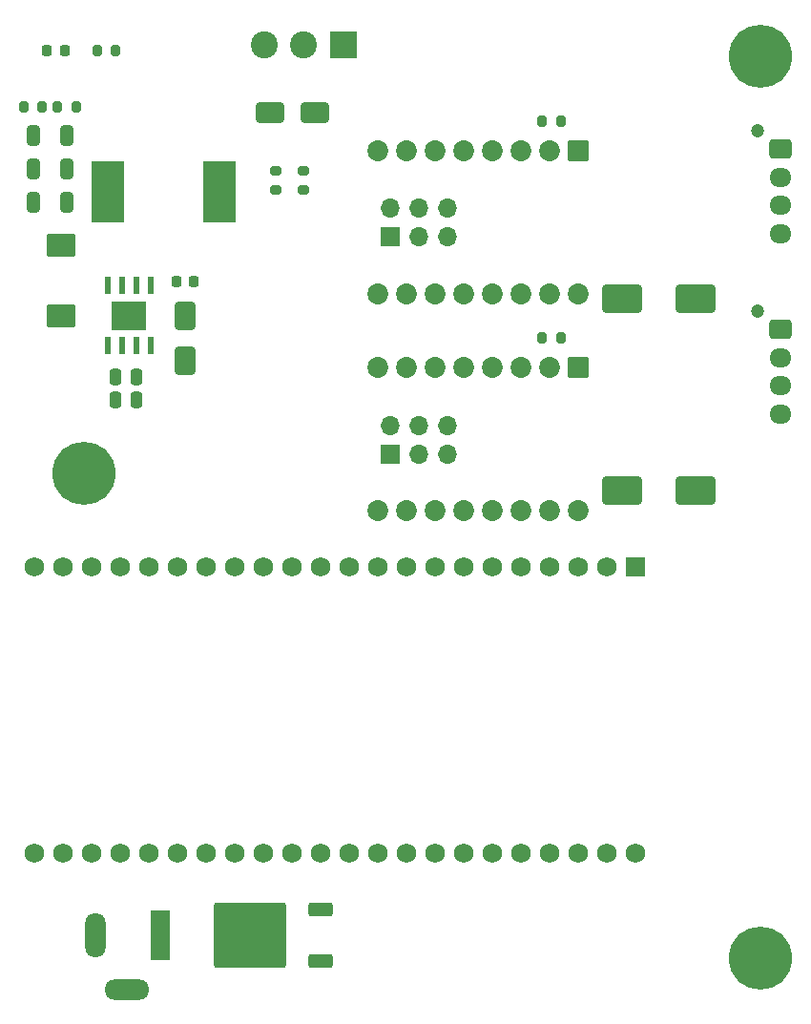
<source format=gts>
%TF.GenerationSoftware,KiCad,Pcbnew,7.0.1*%
%TF.CreationDate,2024-04-15T22:24:04+03:00*%
%TF.ProjectId,ESP32 STEPPER CONTROL PCB,45535033-3220-4535-9445-505045522043,rev?*%
%TF.SameCoordinates,PX68e7780PY7bfa480*%
%TF.FileFunction,Soldermask,Top*%
%TF.FilePolarity,Negative*%
%FSLAX46Y46*%
G04 Gerber Fmt 4.6, Leading zero omitted, Abs format (unit mm)*
G04 Created by KiCad (PCBNEW 7.0.1) date 2024-04-15 22:24:04*
%MOMM*%
%LPD*%
G01*
G04 APERTURE LIST*
G04 Aperture macros list*
%AMRoundRect*
0 Rectangle with rounded corners*
0 $1 Rounding radius*
0 $2 $3 $4 $5 $6 $7 $8 $9 X,Y pos of 4 corners*
0 Add a 4 corners polygon primitive as box body*
4,1,4,$2,$3,$4,$5,$6,$7,$8,$9,$2,$3,0*
0 Add four circle primitives for the rounded corners*
1,1,$1+$1,$2,$3*
1,1,$1+$1,$4,$5*
1,1,$1+$1,$6,$7*
1,1,$1+$1,$8,$9*
0 Add four rect primitives between the rounded corners*
20,1,$1+$1,$2,$3,$4,$5,0*
20,1,$1+$1,$4,$5,$6,$7,0*
20,1,$1+$1,$6,$7,$8,$9,0*
20,1,$1+$1,$8,$9,$2,$3,0*%
G04 Aperture macros list end*
%ADD10O,1.950000X1.700000*%
%ADD11RoundRect,0.250000X-0.725000X0.600000X-0.725000X-0.600000X0.725000X-0.600000X0.725000X0.600000X0*%
%ADD12C,1.200000*%
%ADD13RoundRect,0.218750X-0.218750X-0.256250X0.218750X-0.256250X0.218750X0.256250X-0.218750X0.256250X0*%
%ADD14RoundRect,0.200000X0.200000X0.275000X-0.200000X0.275000X-0.200000X-0.275000X0.200000X-0.275000X0*%
%ADD15C,5.600000*%
%ADD16RoundRect,0.250000X-1.500000X-1.000000X1.500000X-1.000000X1.500000X1.000000X-1.500000X1.000000X0*%
%ADD17RoundRect,0.225000X-0.225000X-0.250000X0.225000X-0.250000X0.225000X0.250000X-0.225000X0.250000X0*%
%ADD18RoundRect,0.250000X0.250000X0.475000X-0.250000X0.475000X-0.250000X-0.475000X0.250000X-0.475000X0*%
%ADD19RoundRect,0.250000X0.325000X0.650000X-0.325000X0.650000X-0.325000X-0.650000X0.325000X-0.650000X0*%
%ADD20RoundRect,0.250000X-1.025000X0.787500X-1.025000X-0.787500X1.025000X-0.787500X1.025000X0.787500X0*%
%ADD21O,4.000000X1.800000*%
%ADD22O,1.800000X4.000000*%
%ADD23R,1.800000X4.400000*%
%ADD24R,1.700000X1.700000*%
%ADD25O,1.700000X1.700000*%
%ADD26RoundRect,0.250000X-1.000000X-0.650000X1.000000X-0.650000X1.000000X0.650000X-1.000000X0.650000X0*%
%ADD27RoundRect,0.250000X0.650000X-1.000000X0.650000X1.000000X-0.650000X1.000000X-0.650000X-1.000000X0*%
%ADD28RoundRect,0.102000X-0.825000X0.825000X-0.825000X-0.825000X0.825000X-0.825000X0.825000X0.825000X0*%
%ADD29C,1.854000*%
%ADD30C,1.734000*%
%ADD31RoundRect,0.102000X-0.765000X0.765000X-0.765000X-0.765000X0.765000X-0.765000X0.765000X0.765000X0*%
%ADD32R,2.900000X5.400000*%
%ADD33R,3.100000X2.600000*%
%ADD34R,0.600000X1.550000*%
%ADD35RoundRect,0.250000X0.850000X0.350000X-0.850000X0.350000X-0.850000X-0.350000X0.850000X-0.350000X0*%
%ADD36RoundRect,0.249997X2.950003X2.650003X-2.950003X2.650003X-2.950003X-2.650003X2.950003X-2.650003X0*%
%ADD37RoundRect,0.200000X-0.200000X-0.275000X0.200000X-0.275000X0.200000X0.275000X-0.200000X0.275000X0*%
%ADD38RoundRect,0.200000X0.275000X-0.200000X0.275000X0.200000X-0.275000X0.200000X-0.275000X-0.200000X0*%
%ADD39RoundRect,0.200000X-0.275000X0.200000X-0.275000X-0.200000X0.275000X-0.200000X0.275000X0.200000X0*%
%ADD40C,2.400000*%
%ADD41R,2.400000X2.400000*%
G04 APERTURE END LIST*
D10*
%TO.C,J3*%
X68825000Y54250000D03*
X68825000Y56750000D03*
X68825000Y59250000D03*
D11*
X68825000Y61750000D03*
D12*
X66825000Y63350000D03*
%TD*%
%TO.C,J5*%
X66825000Y79350000D03*
D11*
X68825000Y77750000D03*
D10*
X68825000Y75250000D03*
X68825000Y72750000D03*
X68825000Y70250000D03*
%TD*%
D13*
%TO.C,D3*%
X5287500Y86500000D03*
X3712500Y86500000D03*
%TD*%
D14*
%TO.C,R7*%
X8175000Y86500000D03*
X9825000Y86500000D03*
%TD*%
D15*
%TO.C,H3*%
X67000000Y6000000D03*
%TD*%
%TO.C,H2*%
X67000000Y86000000D03*
%TD*%
%TO.C,H1*%
X7000000Y49000000D03*
%TD*%
D16*
%TO.C,C9*%
X61250000Y64500000D03*
X54750000Y64500000D03*
%TD*%
%TO.C,C8*%
X61250000Y47500000D03*
X54750000Y47500000D03*
%TD*%
D17*
%TO.C,C1*%
X16775000Y66000000D03*
X15225000Y66000000D03*
%TD*%
D18*
%TO.C,C3*%
X9800000Y57500000D03*
X11700000Y57500000D03*
%TD*%
%TO.C,C2*%
X9800000Y55500000D03*
X11700000Y55500000D03*
%TD*%
D19*
%TO.C,C7*%
X2525000Y79000000D03*
X5475000Y79000000D03*
%TD*%
%TO.C,C6*%
X2525000Y76000000D03*
X5475000Y76000000D03*
%TD*%
%TO.C,C5*%
X2525000Y73000000D03*
X5475000Y73000000D03*
%TD*%
D20*
%TO.C,C4*%
X5000000Y63000000D03*
X5000000Y69225000D03*
%TD*%
D21*
%TO.C,J1*%
X10800000Y3200000D03*
D22*
X8000000Y8000000D03*
D23*
X13800000Y8000000D03*
%TD*%
D24*
%TO.C,J6*%
X34225000Y69975000D03*
D25*
X34225000Y72515000D03*
X36765000Y69975000D03*
X36765000Y72515000D03*
X39305000Y69975000D03*
X39305000Y72515000D03*
%TD*%
%TO.C,J4*%
X39305000Y53265000D03*
X39305000Y50725000D03*
X36765000Y53265000D03*
X36765000Y50725000D03*
X34225000Y53265000D03*
D24*
X34225000Y50725000D03*
%TD*%
D26*
%TO.C,D2*%
X27500000Y81000000D03*
X23500000Y81000000D03*
%TD*%
D27*
%TO.C,D1*%
X16000000Y63000000D03*
X16000000Y59000000D03*
%TD*%
D28*
%TO.C,U4*%
X50890000Y77600000D03*
D29*
X48350000Y77600000D03*
X45810000Y77600000D03*
X43270000Y77600000D03*
X40730000Y77600000D03*
X38190000Y77600000D03*
X35650000Y77600000D03*
X33110000Y77600000D03*
X33110000Y64900000D03*
X35650000Y64900000D03*
X38190000Y64900000D03*
X40730000Y64900000D03*
X43270000Y64900000D03*
X45810000Y64900000D03*
X48350000Y64900000D03*
X50890000Y64900000D03*
%TD*%
%TO.C,U2*%
X50890000Y45650000D03*
X48350000Y45650000D03*
X45810000Y45650000D03*
X43270000Y45650000D03*
X40730000Y45650000D03*
X38190000Y45650000D03*
X35650000Y45650000D03*
X33110000Y45650000D03*
X33110000Y58350000D03*
X35650000Y58350000D03*
X38190000Y58350000D03*
X40730000Y58350000D03*
X43270000Y58350000D03*
X45810000Y58350000D03*
X48350000Y58350000D03*
D28*
X50890000Y58350000D03*
%TD*%
D30*
%TO.C,U3*%
X2632000Y15300000D03*
X5172000Y15300000D03*
X7712000Y15300000D03*
X10252000Y15300000D03*
X12792000Y15300000D03*
X15332000Y15300000D03*
X17872000Y15300000D03*
X20412000Y15300000D03*
X22952000Y15300000D03*
X25492000Y15300000D03*
X28032000Y15300000D03*
X30572000Y15300000D03*
X33112000Y15300000D03*
X35652000Y15300000D03*
X38192000Y15300000D03*
X40732000Y15300000D03*
X43272000Y15300000D03*
X45812000Y15300000D03*
X48352000Y15300000D03*
X50892000Y15300000D03*
X53432000Y15300000D03*
X55972000Y15300000D03*
X2632000Y40700000D03*
X5172000Y40700000D03*
X7712000Y40700000D03*
X10252000Y40700000D03*
X12792000Y40700000D03*
X15332000Y40700000D03*
X17872000Y40700000D03*
X20412000Y40700000D03*
X22952000Y40700000D03*
X25492000Y40700000D03*
X28032000Y40700000D03*
X30572000Y40700000D03*
X33112000Y40700000D03*
X35652000Y40700000D03*
X38192000Y40700000D03*
X40732000Y40700000D03*
X43272000Y40700000D03*
X45812000Y40700000D03*
X48352000Y40700000D03*
X50892000Y40700000D03*
X53432000Y40700000D03*
D31*
X55972000Y40700000D03*
%TD*%
D32*
%TO.C,L1*%
X9100000Y74000000D03*
X19000000Y74000000D03*
%TD*%
D33*
%TO.C,U1*%
X11000000Y63000000D03*
D34*
X12905000Y60300000D03*
X11635000Y60300000D03*
X10365000Y60300000D03*
X9095000Y60300000D03*
X9095000Y65700000D03*
X10365000Y65700000D03*
X11635000Y65700000D03*
X12905000Y65700000D03*
%TD*%
D35*
%TO.C,Q1*%
X28040000Y5720000D03*
X28040000Y10280000D03*
D36*
X21740000Y8000000D03*
%TD*%
D37*
%TO.C,R6*%
X47675000Y80250000D03*
X49325000Y80250000D03*
%TD*%
D38*
%TO.C,R5*%
X26500000Y75825000D03*
X26500000Y74175000D03*
%TD*%
D39*
%TO.C,R4*%
X24000000Y74175000D03*
X24000000Y75825000D03*
%TD*%
D37*
%TO.C,R3*%
X49325000Y61000000D03*
X47675000Y61000000D03*
%TD*%
D14*
%TO.C,R2*%
X1675000Y81500000D03*
X3325000Y81500000D03*
%TD*%
%TO.C,R1*%
X4675000Y81500000D03*
X6325000Y81500000D03*
%TD*%
D40*
%TO.C,J2*%
X23000000Y87000000D03*
X26500000Y87000000D03*
D41*
X30000000Y87000000D03*
%TD*%
M02*

</source>
